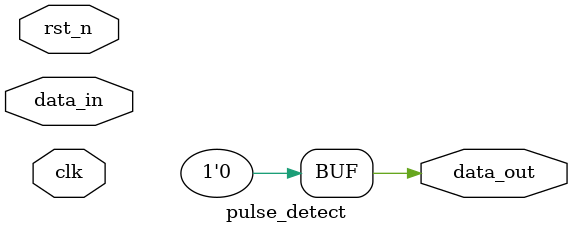
<source format=v>
module pulse_detect(
    input clk,
    input rst_n,
    input data_in,
    output reg data_out
);

reg state;
reg [1:0] nxt_state;
reg pulsedone;
parameter IDLE = 2'b00,
          FIRST = 2'b01,
          SECOND = 2'b10,
          THIRD = 2'b11;
always @(posedge clk or negedge rst_n) begin
    if (~rst_n)
        state <= IDLE;
    else
        state <= nxt_state;
end

always @* begin
    data_out = 0;
    pulsedone = 1'b0;
    
    case (state)
        IDLE: begin
            if (data_in == 1)
                nxt_state <= FIRST;
            else
                nxt_state <= IDLE;
        end
        
        FIRST: begin
            if (data_out || data_in == 0)
                nxt_state <= SECOND;
            else
                pulsedone = 1'b1;
        end
        
        SECOND: begin
            if (data_out && data_in == 1)
                nxt_state <= THIRD;
            else
                nxt_state <= IDLE;
        end
        
        THIRD: begin
            if (pulsedone || data_in == 0)
                nxt_state <= IDLE;
            else
                nxt_state <= SECOND;
        end
    endcase
end

endmodule
</source>
